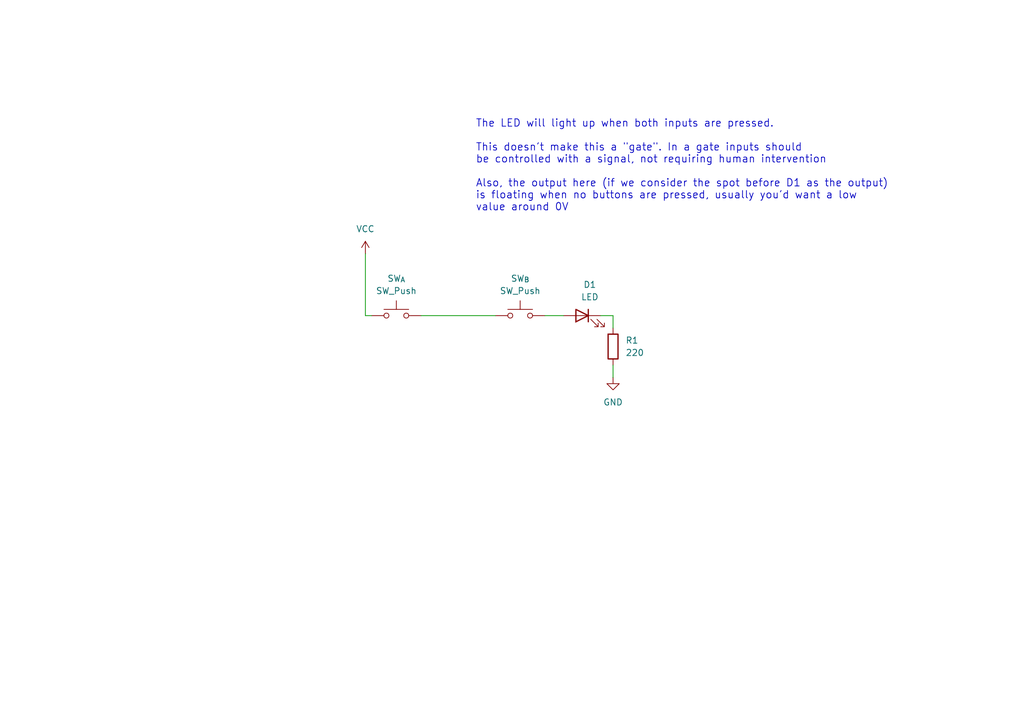
<source format=kicad_sch>
(kicad_sch (version 20231120) (generator "eeschema") (generator_version "8.0")
  (paper "A5")
  (title_block (title "Intro") (date "2024-04-28") (company "Silicon Chronicles") (comment 1 "Building AND gates the wrong way") (comment 2 "Part I"))
  (lib_symbols
    (symbol "Device:LED" (pin_numbers hide) (pin_names (offset 1.016) hide)
      (property "Reference" "D" (at 0 2.54 0))
      (property "Value" "LED" (at 0 -2.54 0))
      (symbol "LED_0_1"
        (polyline (pts (xy -1.27 -1.27) (xy -1.27 1.27)) (stroke (width 0.254)))
        (polyline (pts (xy -1.27 0) (xy 1.27 0)))
        (polyline (pts (xy 1.27 -1.27) (xy 1.27 1.27) (xy -1.27 0) (xy 1.27 -1.27)) (stroke (width 0.254)))
        (polyline (pts (xy -3.048 -0.762) (xy -4.572 -2.286) (xy -3.81 -2.286) (xy -4.572 -2.286) (xy -4.572 -1.524)))
        (polyline (pts (xy -1.778 -0.762) (xy -3.302 -2.286) (xy -2.54 -2.286) (xy -3.302 -2.286) (xy -3.302 -1.524)))
      )
      (symbol "LED_1_1"
        (pin passive line (at -3.81 0 0) (length 2.54) (name "K") (number "1"))
        (pin passive line (at 3.81 0 180) (length 2.54) (name "A") (number "2"))
      )
    )
    (symbol "Device:R" (pin_numbers hide) (pin_names (offset 0))
      (property "Reference" "R" (at 2.032 0 90))
      (property "Value" "R" (at 0 0 90))
      (symbol "R_0_1"
        (rectangle (start -1.016 -2.54) (end 1.016 2.54) (stroke (width 0.254)))
      )
      (symbol "R_1_1"
        (pin passive line (at 0 3.81 270) (length 1.27) (name "~") (number "1"))
        (pin passive line (at 0 -3.81 90) (length 1.27) (name "~") (number "2"))
      )
    )
    (symbol "Switch:SW_Push" (pin_numbers hide) (pin_names (offset 1.016) hide)
      (property "Reference" "SW" (at 1.27 2.54 0))
      (property "Value" "SW_Push" (at 0 -1.524 0))
      (symbol "SW_Push_0_1"
        (circle (center -2.032 0) (radius 0.508))
        (polyline (pts (xy 0 1.27) (xy 0 3.048)))
        (polyline (pts (xy 2.54 1.27) (xy -2.54 1.27)))
        (circle (center 2.032 0) (radius 0.508))
        (pin passive line (at -5.08 0 0) (length 2.54) (name "1") (number "1"))
        (pin passive line (at 5.08 0 180) (length 2.54) (name "2") (number "2"))
      )
    )
    (symbol "power:GND" (power) (pin_numbers hide) (pin_names (offset 0) hide)
      (property "Value" "GND" (at 0 -3.81 0))
      (symbol "GND_0_1"
        (polyline (pts (xy 0 0) (xy 0 -1.27) (xy 1.27 -1.27) (xy 0 -2.54) (xy -1.27 -1.27) (xy 0 -1.27)))
      )
      (symbol "GND_1_1"
        (pin power_in line (at 0 0 270) (length 0) (name "~") (number "1"))
      )
    )
    (symbol "power:VCC" (power) (pin_numbers hide) (pin_names (offset 0) hide)
      (property "Value" "VCC" (at 0 3.556 0))
      (symbol "VCC_0_1"
        (polyline (pts (xy -0.762 1.27) (xy 0 2.54)))
        (polyline (pts (xy 0 0) (xy 0 2.54)))
        (polyline (pts (xy 0 2.54) (xy 0.762 1.27)))
      )
      (symbol "VCC_1_1"
        (pin power_in line (at 0 0 90) (length 0) (name "~") (number "1"))
      )
    )
  )
  (wire (pts (xy 74.93 64.77) (xy 76.2 64.77)))
  (wire (pts (xy 125.73 74.93) (xy 125.73 77.47)))
  (wire (pts (xy 125.73 64.77) (xy 125.73 67.31)))
  (wire (pts (xy 111.76 64.77) (xy 115.57 64.77)))
  (wire (pts (xy 123.19 64.77) (xy 125.73 64.77)))
  (wire (pts (xy 74.93 52.07) (xy 74.93 64.77)))
  (wire (pts (xy 86.36 64.77) (xy 101.6 64.77)))
  (text "The LED will light up when both inputs are pressed.\n\nThis doesn't make this a \"gate\". In a gate inputs should\nbe controlled with a signal, not requiring human intervention\n\nAlso, the output here (if we consider the spot before D1 as the output)\nis floating when no buttons are pressed, usually you'd want a low\nvalue around 0V" (at 97.536 34.036 0) (effects (font (size 1.524 1.524)) (justify left)))
  (symbol (lib_id "power:GND") (at 125.73 77.47 0) (unit 1)
    (property "Reference" "#PWR02" (effects (hide yes)))
    (property "Value" "GND" (at 125.73 82.55 0))
    (property "Description" "Power symbol creates a global label with name \"GND\" , ground" (effects (hide yes)))
  )
  (symbol (lib_id "Device:LED") (at 119.38 64.77 0) (mirror y) (unit 1)
    (property "Reference" "D1" (at 120.9675 58.42 0))
    (property "Value" "LED" (at 120.9675 60.96 0))
    (property "Description" "Light emitting diode" (effects (hide yes)))
  )
  (symbol (lib_id "Device:R") (at 125.73 71.12 180) (unit 1)
    (property "Reference" "R1" (at 128.27 69.8499 0) (effects (justify right)))
    (property "Value" "220" (at 128.27 72.3899 0) (effects (justify right)))
    (property "Description" "Resistor" (effects (hide yes)))
  )
  (symbol (lib_id "Switch:SW_Push") (at 81.28 64.77 0) (unit 1)
    (property "Reference" "SW_{A}" (at 81.28 57.15 0))
    (property "Value" "SW_Push" (at 81.28 59.69 0))
    (property "Description" "Push button switch, generic, two pins" (effects (hide yes)))
  )
  (symbol (lib_id "Switch:SW_Push") (at 106.68 64.77 0) (unit 1)
    (property "Reference" "SW_{B}" (at 106.68 57.15 0))
    (property "Value" "SW_Push" (at 106.68 59.69 0))
    (property "Description" "Push button switch, generic, two pins" (effects (hide yes)))
  )
  (symbol (lib_id "power:VCC") (at 74.93 52.07 0) (unit 1)
    (property "Reference" "#PWR01" (effects (hide yes)))
    (property "Value" "VCC" (at 74.93 46.99 0))
    (property "Description" "Power symbol creates a global label with name \"VCC\"" (effects (hide yes)))
  )
)
</source>
